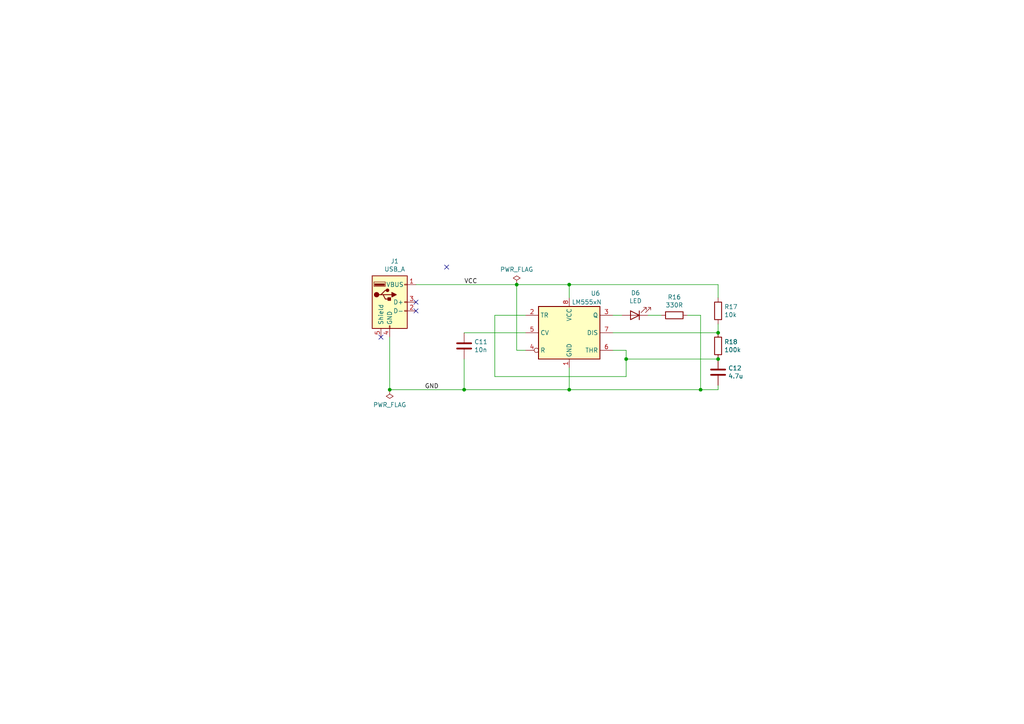
<source format=kicad_sch>
(kicad_sch (version 20211123) (generator eeschema)
  (paper "A4")
  (lib_symbols
    (symbol "Device:C" (pin_numbers hide) (pin_names (offset 0.254))
      (property "Reference" "C" (at 0.635 2.54 0))
      (property "Value" "Device_C" (at 0.635 -2.54 0))
      (symbol "C_0_1"
        (polyline (pts (xy -2.032 -0.762) (xy 2.032 -0.762)) (stroke (width 0.508)))
        (polyline (pts (xy -2.032 0.762) (xy 2.032 0.762)) (stroke (width 0.508)))
      )
      (symbol "C_1_1"
        (pin passive line (at 0 3.81 270) (length 2.794) (name "~") (number "1"))
        (pin passive line (at 0 -3.81 90) (length 2.794) (name "~") (number "2"))
      )
    )
    (symbol "Device:LED" (pin_numbers hide) (pin_names (offset 1.016) hide)
      (property "Reference" "D" (at 0 2.54 0))
      (property "Value" "Device_LED" (at 0 -2.54 0))
      (symbol "LED_0_1"
        (polyline (pts (xy -1.27 -1.27) (xy -1.27 1.27)) (stroke (width 0.254)))
        (polyline (pts (xy -1.27 0) (xy 1.27 0)))
        (polyline (pts (xy 1.27 -1.27) (xy 1.27 1.27) (xy -1.27 0) (xy 1.27 -1.27)) (stroke (width 0.254)))
        (polyline (pts (xy -3.048 -0.762) (xy -4.572 -2.286) (xy -3.81 -2.286) (xy -4.572 -2.286) (xy -4.572 -1.524)))
        (polyline (pts (xy -1.778 -0.762) (xy -3.302 -2.286) (xy -2.54 -2.286) (xy -3.302 -2.286) (xy -3.302 -1.524)))
      )
      (symbol "LED_1_1"
        (pin passive line (at -3.81 0 0) (length 2.54) (name "K") (number "1"))
        (pin passive line (at 3.81 0 180) (length 2.54) (name "A") (number "2"))
      )
    )
    (symbol "Device:R" (pin_numbers hide) (pin_names (offset 0))
      (property "Reference" "R" (at 2.032 0 90))
      (property "Value" "Device_R" (at 0 0 90))
      (symbol "R_0_1"
        (rectangle (start -1.016 -2.54) (end 1.016 2.54) (stroke (width 0.254)))
      )
      (symbol "R_1_1"
        (pin passive line (at 0 3.81 270) (length 1.27) (name "~") (number "1"))
        (pin passive line (at 0 -3.81 90) (length 1.27) (name "~") (number "2"))
      )
    )
    (symbol "Timer:LM555xN"
      (property "Reference" "U" (at -10.16 8.89 0))
      (property "Value" "Timer_LM555xN" (at 2.54 8.89 0))
      (symbol "LM555xN_0_0"
        (pin power_in line (at 0 -10.16 90) (length 2.54) (name "GND") (number "1"))
        (pin power_in line (at 0 10.16 270) (length 2.54) (name "VCC") (number "8"))
      )
      (symbol "LM555xN_0_1"
        (rectangle (start -8.89 -7.62) (end 8.89 7.62) (stroke (width 0.254)) (fill (type background)))
        (rectangle (start -8.89 -7.62) (end 8.89 7.62) (stroke (width 0.254)) (fill (type background)))
      )
      (symbol "LM555xN_1_1"
        (pin input line (at -12.7 5.08 0) (length 3.81) (name "TR") (number "2"))
        (pin output line (at 12.7 5.08 180) (length 3.81) (name "Q") (number "3"))
        (pin input inverted (at -12.7 -5.08 0) (length 3.81) (name "R") (number "4"))
        (pin input line (at -12.7 0 0) (length 3.81) (name "CV") (number "5"))
        (pin input line (at 12.7 -5.08 180) (length 3.81) (name "THR") (number "6"))
        (pin input line (at 12.7 0 180) (length 3.81) (name "DIS") (number "7"))
      )
    )
    (symbol "power:PWR_FLAG" (power) (pin_numbers hide) (pin_names (offset 0) hide)
      (property "Value" "power_PWR_FLAG" (at 0 3.81 0))
      (symbol "PWR_FLAG_0_0"
        (pin power_out line (at 0 0 90) (length 0) (name "pwr") (number "1"))
      )
      (symbol "PWR_FLAG_0_1"
        (polyline (pts (xy 0 0) (xy 0 1.27) (xy -1.016 1.905) (xy 0 2.54) (xy 1.016 1.905) (xy 0 1.27)))
      )
    )
    (symbol "solderingChallenge-rescue:USB_A-Connector" (pin_names (offset 1.016))
      (property "Reference" "J" (at -5.08 11.43 0))
      (property "Value" "USB_A-Connector" (at -5.08 8.89 0))
      (symbol "USB_A-Connector_0_1"
        (rectangle (start -5.08 -7.62) (end 5.08 7.62) (stroke (width 0.254)) (fill (type background)))
        (circle (center -3.81 2.159) (radius 0.635) (stroke (width 0.254)) (fill (type outline)))
        (rectangle (start -1.524 4.826) (end -4.318 5.334) (fill (type outline)))
        (rectangle (start -1.27 4.572) (end -4.572 5.842))
        (circle (center -0.635 3.429) (radius 0.381) (stroke (width 0.254)) (fill (type outline)))
        (rectangle (start -0.127 -7.62) (end 0.127 -6.858))
        (polyline (pts (xy -3.175 2.159) (xy -2.54 2.159) (xy -1.27 3.429) (xy -0.635 3.429)) (stroke (width 0.254)))
        (polyline (pts (xy -2.54 2.159) (xy -1.905 2.159) (xy -1.27 0.889) (xy 0 0.889)) (stroke (width 0.254)))
        (polyline (pts (xy 0.635 2.794) (xy 0.635 1.524) (xy 1.905 2.159) (xy 0.635 2.794)) (stroke (width 0.254)) (fill (type outline)))
        (rectangle (start 0.254 1.27) (end -0.508 0.508) (stroke (width 0.254)) (fill (type outline)))
        (rectangle (start 5.08 -2.667) (end 4.318 -2.413))
        (rectangle (start 5.08 -0.127) (end 4.318 0.127))
        (rectangle (start 5.08 4.953) (end 4.318 5.207))
      )
      (symbol "USB_A-Connector_1_1"
        (polyline (pts (xy -1.905 2.159) (xy 0.635 2.159)) (stroke (width 0.254)))
        (pin power_in line (at 7.62 5.08 180) (length 2.54) (name "VBUS") (number "1"))
        (pin passive line (at 7.62 -2.54 180) (length 2.54) (name "D-") (number "2"))
        (pin passive line (at 7.62 0 180) (length 2.54) (name "D+") (number "3"))
        (pin power_in line (at 0 -10.16 90) (length 2.54) (name "GND") (number "4"))
        (pin passive line (at -2.54 -10.16 90) (length 2.54) (name "Shield") (number "5"))
      )
    )
  )
  (junction (at 208.28 104.14))
  (junction (at 203.2 113.03))
  (junction (at 113.03 113.03))
  (junction (at 165.1 113.03))
  (junction (at 165.1 82.55))
  (junction (at 134.62 113.03))
  (junction (at 149.86 82.55))
  (junction (at 181.61 104.14))
  (junction (at 208.28 96.52))
  (no_connect (at 129.54 77.47))
  (no_connect (at 120.65 90.17))
  (no_connect (at 120.65 87.63))
  (no_connect (at 110.49 97.79))
  (wire (pts (xy 143.51 109.22) (xy 181.61 109.22)))
  (wire (pts (xy 177.8 96.52) (xy 208.28 96.52)))
  (wire (pts (xy 134.62 113.03) (xy 113.03 113.03)))
  (wire (pts (xy 149.86 82.55) (xy 165.1 82.55)))
  (wire (pts (xy 203.2 113.03) (xy 208.28 113.03)))
  (wire (pts (xy 143.51 91.44) (xy 143.51 109.22)))
  (wire (pts (xy 165.1 86.36) (xy 165.1 82.55)))
  (wire (pts (xy 208.28 82.55) (xy 208.28 86.36)))
  (wire (pts (xy 134.62 104.14) (xy 134.62 113.03)))
  (wire (pts (xy 208.28 93.98) (xy 208.28 96.52)))
  (wire (pts (xy 199.39 91.44) (xy 203.2 91.44)))
  (wire (pts (xy 181.61 104.14) (xy 181.61 101.6)))
  (wire (pts (xy 149.86 101.6) (xy 149.86 82.55)))
  (wire (pts (xy 165.1 82.55) (xy 208.28 82.55)))
  (wire (pts (xy 165.1 113.03) (xy 203.2 113.03)))
  (wire (pts (xy 134.62 96.52) (xy 152.4 96.52)))
  (wire (pts (xy 180.34 91.44) (xy 177.8 91.44)))
  (wire (pts (xy 165.1 113.03) (xy 165.1 106.68)))
  (wire (pts (xy 203.2 91.44) (xy 203.2 113.03)))
  (wire (pts (xy 113.03 113.03) (xy 113.03 97.79)))
  (wire (pts (xy 181.61 101.6) (xy 177.8 101.6)))
  (wire (pts (xy 134.62 113.03) (xy 165.1 113.03)))
  (wire (pts (xy 208.28 113.03) (xy 208.28 111.76)))
  (wire (pts (xy 208.28 104.14) (xy 181.61 104.14)))
  (wire (pts (xy 152.4 101.6) (xy 149.86 101.6)))
  (wire (pts (xy 191.77 91.44) (xy 187.96 91.44)))
  (wire (pts (xy 120.65 82.55) (xy 149.86 82.55)))
  (wire (pts (xy 181.61 109.22) (xy 181.61 104.14)))
  (wire (pts (xy 152.4 91.44) (xy 143.51 91.44)))
  (label "VCC" (at 134.62 82.55 0))
  (label "GND" (at 123.19 113.03 0))
  (symbol (lib_id "Timer:LM555xN") (at 165.1 96.52 0)
    (property "Reference" "U6" (at 172.72 85.09 0))
    (property "Value" "LM555xN" (at 170.18 87.63 0))
    (property "Footprint" "Package_DIP:DIP-8_W7.62mm" (effects hide))
    (property "Datasheet" "http://www.ti.com/lit/ds/symlink/lm555.pdf" (effects hide))
  )
  (symbol (lib_id "Device:R") (at 208.28 100.33 0)
    (property "Reference" "R18" (at 210.058 99.1616 0) (effects (justify left)))
    (property "Value" "100k" (at 210.058 101.473 0) (effects (justify left)))
    (property "Footprint" "Resistor_THT:R_Axial_DIN0204_L3.6mm_D1.6mm_P5.08mm_Horizontal" (effects hide))
  )
  (symbol (lib_id "Device:C") (at 134.62 100.33 0)
    (property "Reference" "C11" (at 137.541 99.1616 0) (effects (justify left)))
    (property "Value" "10n" (at 137.541 101.473 0) (effects (justify left)))
    (property "Footprint" "Capacitor_THT:C_Disc_D6.0mm_W2.5mm_P5.00mm" (effects hide))
  )
  (symbol (lib_id "Device:R") (at 208.28 90.17 0)
    (property "Reference" "R17" (at 210.058 89.0016 0) (effects (justify left)))
    (property "Value" "10k" (at 210.058 91.313 0) (effects (justify left)))
    (property "Footprint" "Resistor_THT:R_Axial_DIN0204_L3.6mm_D1.6mm_P5.08mm_Horizontal" (effects hide))
  )
  (symbol (lib_id "Device:C") (at 208.28 107.95 0)
    (property "Reference" "C12" (at 211.201 106.7816 0) (effects (justify left)))
    (property "Value" "4.7u" (at 211.201 109.093 0) (effects (justify left)))
    (property "Footprint" "Capacitor_THT:C_Disc_D6.0mm_W2.5mm_P5.00mm" (effects hide))
  )
  (symbol (lib_id "solderingChallenge-rescue:USB_A-Connector") (at 113.03 87.63 0)
    (property "Reference" "J1" (at 114.4778 75.7682 0))
    (property "Value" "USB_A" (at 114.4778 78.0796 0))
    (property "Footprint" "RoboCamp:usb-PCB" (effects hide))
    (property "Datasheet" " ~" (effects hide))
  )
  (symbol (lib_id "Device:R") (at 195.58 91.44 270)
    (property "Reference" "R16" (at 195.58 86.1822 90))
    (property "Value" "330R" (at 195.58 88.4936 90))
    (property "Footprint" "Resistor_THT:R_Axial_DIN0204_L3.6mm_D1.6mm_P5.08mm_Horizontal" (effects hide))
  )
  (symbol (lib_id "Device:LED") (at 184.15 91.44 180)
    (property "Reference" "D6" (at 184.3278 84.963 0))
    (property "Value" "LED" (at 184.3278 87.2744 0))
    (property "Footprint" "LED_THT:LED_D5.0mm" (effects hide))
  )
  (symbol (lib_id "power:PWR_FLAG") (at 149.86 82.55 0)
    (property "Reference" "#FLG012" (effects hide))
    (property "Value" "PWR_FLAG" (at 149.86 78.1558 0))
  )
  (symbol (lib_id "power:PWR_FLAG") (at 113.03 113.03 180)
    (property "Reference" "#FLG011" (effects hide))
    (property "Value" "PWR_FLAG" (at 113.03 117.4242 0))
  )
)
</source>
